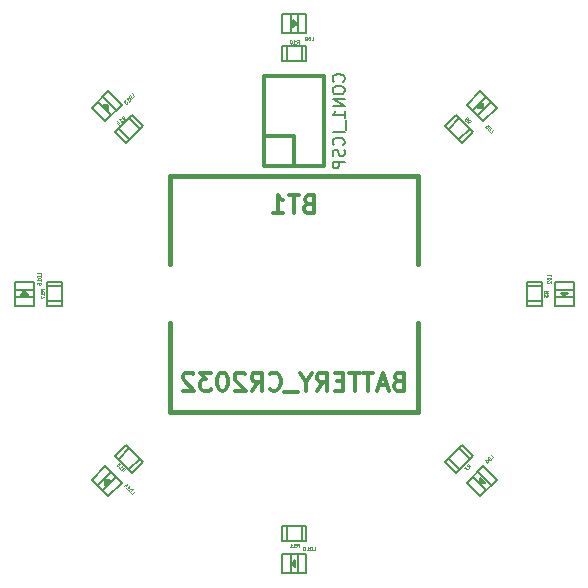
<source format=gbo>
%FSLAX34Y34*%
G04 Gerber Fmt 3.4, Leading zero omitted, Abs format*
G04 (created by PCBNEW (2013-jul-14)-product) date Sunday, 05 January 2014 05:56:02 pm*
%MOIN*%
G01*
G70*
G90*
G04 APERTURE LIST*
%ADD10C,0.005906*%
%ADD11C,0.015000*%
%ADD12C,0.012000*%
%ADD13C,0.005000*%
%ADD14C,0.008000*%
%ADD15C,0.002953*%
%ADD16C,0.002400*%
G04 APERTURE END LIST*
G54D10*
G54D11*
X80633Y-41015D02*
X80633Y-38062D01*
X80633Y-45937D02*
X80633Y-42984D01*
X72366Y-41015D02*
X72366Y-38062D01*
X72366Y-45937D02*
X72366Y-42984D01*
X72366Y-45937D02*
X80634Y-45937D01*
X80634Y-38063D02*
X72366Y-38063D01*
G54D12*
X77500Y-37750D02*
X77500Y-34750D01*
X77500Y-34750D02*
X75500Y-34750D01*
X75500Y-34750D02*
X75500Y-37750D01*
X76500Y-37750D02*
X76500Y-36750D01*
X76500Y-36750D02*
X75500Y-36750D01*
X77500Y-37750D02*
X75500Y-37750D01*
G54D13*
X85500Y-42079D02*
X85382Y-41961D01*
X85382Y-41961D02*
X85618Y-41961D01*
X85618Y-41961D02*
X85500Y-42079D01*
X85539Y-42039D02*
X85461Y-42039D01*
X85421Y-42000D02*
X85579Y-42000D01*
X85815Y-42118D02*
X85185Y-42118D01*
X85185Y-41882D02*
X85815Y-41882D01*
X85185Y-41606D02*
X85185Y-42394D01*
X85185Y-42394D02*
X85815Y-42394D01*
X85815Y-42394D02*
X85815Y-41606D01*
X85815Y-41606D02*
X85185Y-41606D01*
X82805Y-35805D02*
X82638Y-35805D01*
X82638Y-35805D02*
X82805Y-35638D01*
X82805Y-35638D02*
X82805Y-35805D01*
X82805Y-35750D02*
X82750Y-35805D01*
X82694Y-35805D02*
X82805Y-35694D01*
X83056Y-35610D02*
X82610Y-36056D01*
X82443Y-35889D02*
X82889Y-35443D01*
X82248Y-35694D02*
X82805Y-36251D01*
X82805Y-36251D02*
X83251Y-35805D01*
X83251Y-35805D02*
X82694Y-35248D01*
X82694Y-35248D02*
X82248Y-35694D01*
X82694Y-48305D02*
X82694Y-48138D01*
X82694Y-48138D02*
X82861Y-48305D01*
X82861Y-48305D02*
X82694Y-48305D01*
X82750Y-48305D02*
X82694Y-48250D01*
X82694Y-48194D02*
X82805Y-48305D01*
X82889Y-48556D02*
X82443Y-48110D01*
X82610Y-47943D02*
X83056Y-48389D01*
X82805Y-47748D02*
X82248Y-48305D01*
X82248Y-48305D02*
X82694Y-48751D01*
X82694Y-48751D02*
X83251Y-48194D01*
X83251Y-48194D02*
X82805Y-47748D01*
X76579Y-33000D02*
X76461Y-33118D01*
X76461Y-33118D02*
X76461Y-32882D01*
X76461Y-32882D02*
X76579Y-33000D01*
X76539Y-32961D02*
X76539Y-33039D01*
X76500Y-33079D02*
X76500Y-32921D01*
X76618Y-32685D02*
X76618Y-33315D01*
X76382Y-33315D02*
X76382Y-32685D01*
X76106Y-33315D02*
X76894Y-33315D01*
X76894Y-33315D02*
X76894Y-32685D01*
X76894Y-32685D02*
X76106Y-32685D01*
X76106Y-32685D02*
X76106Y-33315D01*
X76421Y-51000D02*
X76539Y-50882D01*
X76539Y-50882D02*
X76539Y-51118D01*
X76539Y-51118D02*
X76421Y-51000D01*
X76461Y-51039D02*
X76461Y-50961D01*
X76500Y-50921D02*
X76500Y-51079D01*
X76382Y-51315D02*
X76382Y-50685D01*
X76618Y-50685D02*
X76618Y-51315D01*
X76894Y-50685D02*
X76106Y-50685D01*
X76106Y-50685D02*
X76106Y-51315D01*
X76106Y-51315D02*
X76894Y-51315D01*
X76894Y-51315D02*
X76894Y-50685D01*
X70305Y-35694D02*
X70305Y-35861D01*
X70305Y-35861D02*
X70138Y-35694D01*
X70138Y-35694D02*
X70305Y-35694D01*
X70250Y-35694D02*
X70305Y-35750D01*
X70305Y-35805D02*
X70194Y-35694D01*
X70110Y-35443D02*
X70556Y-35889D01*
X70389Y-36056D02*
X69943Y-35610D01*
X70194Y-36251D02*
X70751Y-35694D01*
X70751Y-35694D02*
X70305Y-35248D01*
X70305Y-35248D02*
X69748Y-35805D01*
X69748Y-35805D02*
X70194Y-36251D01*
X70194Y-48194D02*
X70361Y-48194D01*
X70361Y-48194D02*
X70194Y-48361D01*
X70194Y-48361D02*
X70194Y-48194D01*
X70194Y-48250D02*
X70250Y-48194D01*
X70305Y-48194D02*
X70194Y-48305D01*
X69943Y-48389D02*
X70389Y-47943D01*
X70556Y-48110D02*
X70110Y-48556D01*
X70751Y-48305D02*
X70194Y-47748D01*
X70194Y-47748D02*
X69748Y-48194D01*
X69748Y-48194D02*
X70305Y-48751D01*
X70305Y-48751D02*
X70751Y-48305D01*
X67500Y-41921D02*
X67618Y-42039D01*
X67618Y-42039D02*
X67382Y-42039D01*
X67382Y-42039D02*
X67500Y-41921D01*
X67461Y-41961D02*
X67539Y-41961D01*
X67579Y-42000D02*
X67421Y-42000D01*
X67185Y-41882D02*
X67815Y-41882D01*
X67815Y-42118D02*
X67185Y-42118D01*
X67815Y-42394D02*
X67815Y-41606D01*
X67815Y-41606D02*
X67185Y-41606D01*
X67185Y-41606D02*
X67185Y-42394D01*
X67185Y-42394D02*
X67815Y-42394D01*
X84750Y-41750D02*
X84250Y-41750D01*
X84750Y-42250D02*
X84260Y-42250D01*
X84750Y-42400D02*
X84750Y-41600D01*
X84750Y-41600D02*
X84250Y-41600D01*
X84250Y-41600D02*
X84250Y-42400D01*
X84250Y-42400D02*
X84750Y-42400D01*
X82000Y-36146D02*
X81646Y-36500D01*
X82353Y-36500D02*
X82007Y-36846D01*
X82459Y-36606D02*
X81893Y-36040D01*
X81893Y-36040D02*
X81540Y-36393D01*
X81540Y-36393D02*
X82106Y-36959D01*
X82106Y-36959D02*
X82459Y-36606D01*
X82353Y-47500D02*
X82000Y-47146D01*
X82000Y-47853D02*
X81653Y-47507D01*
X81893Y-47959D02*
X82459Y-47393D01*
X82459Y-47393D02*
X82106Y-47040D01*
X82106Y-47040D02*
X81540Y-47606D01*
X81540Y-47606D02*
X81893Y-47959D01*
X76250Y-33750D02*
X76250Y-34250D01*
X76750Y-33750D02*
X76750Y-34240D01*
X76900Y-33750D02*
X76100Y-33750D01*
X76100Y-33750D02*
X76100Y-34250D01*
X76100Y-34250D02*
X76900Y-34250D01*
X76900Y-34250D02*
X76900Y-33750D01*
X76750Y-50250D02*
X76750Y-49750D01*
X76250Y-50250D02*
X76250Y-49760D01*
X76100Y-50250D02*
X76900Y-50250D01*
X76900Y-50250D02*
X76900Y-49750D01*
X76900Y-49750D02*
X76100Y-49750D01*
X76100Y-49750D02*
X76100Y-50250D01*
X70646Y-36500D02*
X71000Y-36853D01*
X71000Y-36146D02*
X71346Y-36492D01*
X71106Y-36040D02*
X70540Y-36606D01*
X70540Y-36606D02*
X70893Y-36959D01*
X70893Y-36959D02*
X71459Y-36393D01*
X71459Y-36393D02*
X71106Y-36040D01*
X71000Y-47853D02*
X71353Y-47500D01*
X70646Y-47500D02*
X70992Y-47153D01*
X70540Y-47393D02*
X71106Y-47959D01*
X71106Y-47959D02*
X71459Y-47606D01*
X71459Y-47606D02*
X70893Y-47040D01*
X70893Y-47040D02*
X70540Y-47393D01*
X68250Y-42250D02*
X68750Y-42250D01*
X68250Y-41750D02*
X68740Y-41750D01*
X68250Y-41600D02*
X68250Y-42400D01*
X68250Y-42400D02*
X68750Y-42400D01*
X68750Y-42400D02*
X68750Y-41600D01*
X68750Y-41600D02*
X68250Y-41600D01*
G54D12*
X76971Y-39004D02*
X76885Y-39032D01*
X76857Y-39061D01*
X76828Y-39118D01*
X76828Y-39204D01*
X76857Y-39261D01*
X76885Y-39290D01*
X76942Y-39318D01*
X77171Y-39318D01*
X77171Y-38718D01*
X76971Y-38718D01*
X76914Y-38747D01*
X76885Y-38775D01*
X76857Y-38832D01*
X76857Y-38890D01*
X76885Y-38947D01*
X76914Y-38975D01*
X76971Y-39004D01*
X77171Y-39004D01*
X76657Y-38718D02*
X76314Y-38718D01*
X76485Y-39318D02*
X76485Y-38718D01*
X75800Y-39318D02*
X76142Y-39318D01*
X75971Y-39318D02*
X75971Y-38718D01*
X76028Y-38804D01*
X76085Y-38861D01*
X76142Y-38890D01*
X79971Y-44909D02*
X79885Y-44938D01*
X79857Y-44967D01*
X79828Y-45024D01*
X79828Y-45109D01*
X79857Y-45167D01*
X79885Y-45195D01*
X79942Y-45224D01*
X80171Y-45224D01*
X80171Y-44624D01*
X79971Y-44624D01*
X79914Y-44652D01*
X79885Y-44681D01*
X79857Y-44738D01*
X79857Y-44795D01*
X79885Y-44852D01*
X79914Y-44881D01*
X79971Y-44909D01*
X80171Y-44909D01*
X79600Y-45052D02*
X79314Y-45052D01*
X79657Y-45224D02*
X79457Y-44624D01*
X79257Y-45224D01*
X79142Y-44624D02*
X78800Y-44624D01*
X78971Y-45224D02*
X78971Y-44624D01*
X78685Y-44624D02*
X78342Y-44624D01*
X78514Y-45224D02*
X78514Y-44624D01*
X78142Y-44909D02*
X77942Y-44909D01*
X77857Y-45224D02*
X78142Y-45224D01*
X78142Y-44624D01*
X77857Y-44624D01*
X77257Y-45224D02*
X77457Y-44938D01*
X77600Y-45224D02*
X77600Y-44624D01*
X77371Y-44624D01*
X77314Y-44652D01*
X77285Y-44681D01*
X77257Y-44738D01*
X77257Y-44824D01*
X77285Y-44881D01*
X77314Y-44909D01*
X77371Y-44938D01*
X77600Y-44938D01*
X76885Y-44938D02*
X76885Y-45224D01*
X77085Y-44624D02*
X76885Y-44938D01*
X76685Y-44624D01*
X76628Y-45281D02*
X76171Y-45281D01*
X75685Y-45167D02*
X75714Y-45195D01*
X75800Y-45224D01*
X75857Y-45224D01*
X75942Y-45195D01*
X76000Y-45138D01*
X76028Y-45081D01*
X76057Y-44967D01*
X76057Y-44881D01*
X76028Y-44767D01*
X76000Y-44709D01*
X75942Y-44652D01*
X75857Y-44624D01*
X75800Y-44624D01*
X75714Y-44652D01*
X75685Y-44681D01*
X75085Y-45224D02*
X75285Y-44938D01*
X75428Y-45224D02*
X75428Y-44624D01*
X75200Y-44624D01*
X75142Y-44652D01*
X75114Y-44681D01*
X75085Y-44738D01*
X75085Y-44824D01*
X75114Y-44881D01*
X75142Y-44909D01*
X75200Y-44938D01*
X75428Y-44938D01*
X74857Y-44681D02*
X74828Y-44652D01*
X74771Y-44624D01*
X74628Y-44624D01*
X74571Y-44652D01*
X74542Y-44681D01*
X74514Y-44738D01*
X74514Y-44795D01*
X74542Y-44881D01*
X74885Y-45224D01*
X74514Y-45224D01*
X74142Y-44624D02*
X74085Y-44624D01*
X74028Y-44652D01*
X74000Y-44681D01*
X73971Y-44738D01*
X73942Y-44852D01*
X73942Y-44995D01*
X73971Y-45109D01*
X74000Y-45167D01*
X74028Y-45195D01*
X74085Y-45224D01*
X74142Y-45224D01*
X74200Y-45195D01*
X74228Y-45167D01*
X74257Y-45109D01*
X74285Y-44995D01*
X74285Y-44852D01*
X74257Y-44738D01*
X74228Y-44681D01*
X74200Y-44652D01*
X74142Y-44624D01*
X73742Y-44624D02*
X73371Y-44624D01*
X73571Y-44852D01*
X73485Y-44852D01*
X73428Y-44881D01*
X73400Y-44909D01*
X73371Y-44967D01*
X73371Y-45109D01*
X73400Y-45167D01*
X73428Y-45195D01*
X73485Y-45224D01*
X73657Y-45224D01*
X73714Y-45195D01*
X73742Y-45167D01*
X73142Y-44681D02*
X73114Y-44652D01*
X73057Y-44624D01*
X72914Y-44624D01*
X72857Y-44652D01*
X72828Y-44681D01*
X72799Y-44738D01*
X72799Y-44795D01*
X72828Y-44881D01*
X73171Y-45224D01*
X72799Y-45224D01*
G54D14*
X78142Y-34926D02*
X78161Y-34907D01*
X78180Y-34850D01*
X78180Y-34811D01*
X78161Y-34754D01*
X78123Y-34716D01*
X78085Y-34697D01*
X78009Y-34678D01*
X77952Y-34678D01*
X77876Y-34697D01*
X77838Y-34716D01*
X77800Y-34754D01*
X77780Y-34811D01*
X77780Y-34850D01*
X77800Y-34907D01*
X77819Y-34926D01*
X77780Y-35173D02*
X77780Y-35250D01*
X77800Y-35288D01*
X77838Y-35326D01*
X77914Y-35345D01*
X78047Y-35345D01*
X78123Y-35326D01*
X78161Y-35288D01*
X78180Y-35250D01*
X78180Y-35173D01*
X78161Y-35135D01*
X78123Y-35097D01*
X78047Y-35078D01*
X77914Y-35078D01*
X77838Y-35097D01*
X77800Y-35135D01*
X77780Y-35173D01*
X78180Y-35516D02*
X77780Y-35516D01*
X78180Y-35745D01*
X77780Y-35745D01*
X78180Y-36145D02*
X78180Y-35916D01*
X78180Y-36030D02*
X77780Y-36030D01*
X77838Y-35992D01*
X77876Y-35954D01*
X77895Y-35916D01*
X78219Y-36221D02*
X78219Y-36526D01*
X78180Y-36621D02*
X77780Y-36621D01*
X78142Y-37040D02*
X78161Y-37021D01*
X78180Y-36964D01*
X78180Y-36926D01*
X78161Y-36869D01*
X78123Y-36830D01*
X78085Y-36811D01*
X78009Y-36792D01*
X77952Y-36792D01*
X77876Y-36811D01*
X77838Y-36830D01*
X77800Y-36869D01*
X77780Y-36926D01*
X77780Y-36964D01*
X77800Y-37021D01*
X77819Y-37040D01*
X78161Y-37192D02*
X78180Y-37250D01*
X78180Y-37345D01*
X78161Y-37383D01*
X78142Y-37402D01*
X78104Y-37421D01*
X78066Y-37421D01*
X78028Y-37402D01*
X78009Y-37383D01*
X77990Y-37345D01*
X77971Y-37269D01*
X77952Y-37230D01*
X77933Y-37211D01*
X77895Y-37192D01*
X77857Y-37192D01*
X77819Y-37211D01*
X77800Y-37230D01*
X77780Y-37269D01*
X77780Y-37364D01*
X77800Y-37421D01*
X78180Y-37592D02*
X77780Y-37592D01*
X77780Y-37745D01*
X77800Y-37783D01*
X77819Y-37802D01*
X77857Y-37821D01*
X77914Y-37821D01*
X77952Y-37802D01*
X77971Y-37783D01*
X77990Y-37745D01*
X77990Y-37592D01*
G54D15*
X85053Y-41421D02*
X85053Y-41365D01*
X84935Y-41365D01*
X85053Y-41460D02*
X84935Y-41460D01*
X84935Y-41488D01*
X84940Y-41505D01*
X84952Y-41516D01*
X84963Y-41522D01*
X84985Y-41528D01*
X85002Y-41528D01*
X85025Y-41522D01*
X85036Y-41516D01*
X85047Y-41505D01*
X85053Y-41488D01*
X85053Y-41460D01*
X84946Y-41573D02*
X84940Y-41578D01*
X84935Y-41589D01*
X84935Y-41618D01*
X84940Y-41629D01*
X84946Y-41634D01*
X84957Y-41640D01*
X84969Y-41640D01*
X84985Y-41634D01*
X85053Y-41567D01*
X85053Y-41640D01*
X83017Y-36593D02*
X83057Y-36633D01*
X83141Y-36549D01*
X82990Y-36565D02*
X83073Y-36482D01*
X83053Y-36462D01*
X83037Y-36454D01*
X83021Y-36454D01*
X83009Y-36458D01*
X82990Y-36470D01*
X82978Y-36482D01*
X82966Y-36501D01*
X82962Y-36513D01*
X82962Y-36529D01*
X82970Y-36545D01*
X82990Y-36565D01*
X82950Y-36358D02*
X82990Y-36398D01*
X82954Y-36442D01*
X82954Y-36434D01*
X82950Y-36422D01*
X82930Y-36402D01*
X82918Y-36398D01*
X82910Y-36398D01*
X82898Y-36402D01*
X82878Y-36422D01*
X82874Y-36434D01*
X82874Y-36442D01*
X82878Y-36454D01*
X82898Y-36474D01*
X82910Y-36478D01*
X82918Y-36478D01*
X83093Y-47482D02*
X83133Y-47442D01*
X83049Y-47358D01*
X83065Y-47509D02*
X82982Y-47426D01*
X82962Y-47446D01*
X82954Y-47462D01*
X82954Y-47478D01*
X82958Y-47490D01*
X82970Y-47509D01*
X82982Y-47521D01*
X83001Y-47533D01*
X83013Y-47537D01*
X83029Y-47537D01*
X83045Y-47529D01*
X83065Y-47509D01*
X82862Y-47545D02*
X82878Y-47529D01*
X82890Y-47525D01*
X82898Y-47525D01*
X82918Y-47529D01*
X82938Y-47541D01*
X82970Y-47573D01*
X82974Y-47585D01*
X82974Y-47593D01*
X82970Y-47605D01*
X82954Y-47621D01*
X82942Y-47625D01*
X82934Y-47625D01*
X82922Y-47621D01*
X82902Y-47601D01*
X82898Y-47589D01*
X82898Y-47581D01*
X82902Y-47569D01*
X82918Y-47553D01*
X82930Y-47549D01*
X82938Y-47549D01*
X82950Y-47553D01*
X77078Y-33553D02*
X77134Y-33553D01*
X77134Y-33435D01*
X77039Y-33553D02*
X77039Y-33435D01*
X77011Y-33435D01*
X76994Y-33440D01*
X76983Y-33452D01*
X76977Y-33463D01*
X76971Y-33485D01*
X76971Y-33502D01*
X76977Y-33525D01*
X76983Y-33536D01*
X76994Y-33547D01*
X77011Y-33553D01*
X77039Y-33553D01*
X76915Y-33553D02*
X76893Y-33553D01*
X76881Y-33547D01*
X76876Y-33542D01*
X76865Y-33525D01*
X76859Y-33502D01*
X76859Y-33457D01*
X76865Y-33446D01*
X76870Y-33440D01*
X76881Y-33435D01*
X76904Y-33435D01*
X76915Y-33440D01*
X76921Y-33446D01*
X76926Y-33457D01*
X76926Y-33485D01*
X76921Y-33497D01*
X76915Y-33502D01*
X76904Y-33508D01*
X76881Y-33508D01*
X76870Y-33502D01*
X76865Y-33497D01*
X76859Y-33485D01*
X77134Y-50553D02*
X77191Y-50553D01*
X77191Y-50435D01*
X77095Y-50553D02*
X77095Y-50435D01*
X77067Y-50435D01*
X77050Y-50440D01*
X77039Y-50452D01*
X77033Y-50463D01*
X77028Y-50485D01*
X77028Y-50502D01*
X77033Y-50525D01*
X77039Y-50536D01*
X77050Y-50547D01*
X77067Y-50553D01*
X77095Y-50553D01*
X76915Y-50553D02*
X76983Y-50553D01*
X76949Y-50553D02*
X76949Y-50435D01*
X76960Y-50452D01*
X76971Y-50463D01*
X76983Y-50469D01*
X76842Y-50435D02*
X76831Y-50435D01*
X76820Y-50440D01*
X76814Y-50446D01*
X76808Y-50457D01*
X76803Y-50480D01*
X76803Y-50508D01*
X76808Y-50530D01*
X76814Y-50542D01*
X76820Y-50547D01*
X76831Y-50553D01*
X76842Y-50553D01*
X76853Y-50547D01*
X76859Y-50542D01*
X76865Y-50530D01*
X76870Y-50508D01*
X76870Y-50480D01*
X76865Y-50457D01*
X76859Y-50446D01*
X76853Y-50440D01*
X76842Y-50435D01*
X71133Y-35442D02*
X71172Y-35402D01*
X71089Y-35319D01*
X71105Y-35470D02*
X71021Y-35386D01*
X71001Y-35406D01*
X70994Y-35422D01*
X70994Y-35438D01*
X70998Y-35450D01*
X71009Y-35470D01*
X71021Y-35482D01*
X71041Y-35494D01*
X71053Y-35498D01*
X71069Y-35498D01*
X71085Y-35490D01*
X71105Y-35470D01*
X70978Y-35597D02*
X71025Y-35549D01*
X71001Y-35573D02*
X70918Y-35490D01*
X70938Y-35494D01*
X70954Y-35494D01*
X70966Y-35490D01*
X70866Y-35541D02*
X70815Y-35593D01*
X70874Y-35597D01*
X70862Y-35609D01*
X70858Y-35621D01*
X70858Y-35629D01*
X70862Y-35641D01*
X70882Y-35661D01*
X70894Y-35665D01*
X70902Y-35665D01*
X70914Y-35661D01*
X70938Y-35637D01*
X70942Y-35625D01*
X70942Y-35617D01*
X71057Y-48633D02*
X71097Y-48672D01*
X71180Y-48589D01*
X71029Y-48605D02*
X71113Y-48521D01*
X71093Y-48501D01*
X71077Y-48494D01*
X71061Y-48494D01*
X71049Y-48498D01*
X71029Y-48509D01*
X71017Y-48521D01*
X71005Y-48541D01*
X71001Y-48553D01*
X71001Y-48569D01*
X71009Y-48585D01*
X71029Y-48605D01*
X70902Y-48478D02*
X70950Y-48525D01*
X70926Y-48501D02*
X71009Y-48418D01*
X71005Y-48438D01*
X71005Y-48454D01*
X71009Y-48466D01*
X70886Y-48350D02*
X70830Y-48406D01*
X70938Y-48338D02*
X70898Y-48418D01*
X70846Y-48366D01*
X68053Y-41365D02*
X68053Y-41308D01*
X67935Y-41308D01*
X68053Y-41404D02*
X67935Y-41404D01*
X67935Y-41432D01*
X67940Y-41449D01*
X67952Y-41460D01*
X67963Y-41466D01*
X67985Y-41471D01*
X68002Y-41471D01*
X68025Y-41466D01*
X68036Y-41460D01*
X68047Y-41449D01*
X68053Y-41432D01*
X68053Y-41404D01*
X68053Y-41584D02*
X68053Y-41516D01*
X68053Y-41550D02*
X67935Y-41550D01*
X67952Y-41539D01*
X67963Y-41528D01*
X67969Y-41516D01*
X67935Y-41685D02*
X67935Y-41663D01*
X67940Y-41651D01*
X67946Y-41646D01*
X67963Y-41634D01*
X67985Y-41629D01*
X68030Y-41629D01*
X68042Y-41634D01*
X68047Y-41640D01*
X68053Y-41651D01*
X68053Y-41674D01*
X68047Y-41685D01*
X68042Y-41691D01*
X68030Y-41696D01*
X68002Y-41696D01*
X67991Y-41691D01*
X67985Y-41685D01*
X67980Y-41674D01*
X67980Y-41651D01*
X67985Y-41640D01*
X67991Y-41634D01*
X68002Y-41629D01*
G54D16*
X84943Y-41980D02*
X84887Y-41941D01*
X84943Y-41912D02*
X84825Y-41912D01*
X84825Y-41957D01*
X84831Y-41969D01*
X84836Y-41974D01*
X84847Y-41980D01*
X84864Y-41980D01*
X84875Y-41974D01*
X84881Y-41969D01*
X84887Y-41957D01*
X84887Y-41912D01*
X84825Y-42019D02*
X84825Y-42092D01*
X84870Y-42053D01*
X84870Y-42070D01*
X84875Y-42081D01*
X84881Y-42087D01*
X84892Y-42092D01*
X84920Y-42092D01*
X84932Y-42087D01*
X84937Y-42081D01*
X84943Y-42070D01*
X84943Y-42036D01*
X84937Y-42025D01*
X84932Y-42019D01*
X82251Y-36275D02*
X82319Y-36263D01*
X82299Y-36323D02*
X82383Y-36240D01*
X82351Y-36208D01*
X82339Y-36204D01*
X82331Y-36204D01*
X82319Y-36208D01*
X82307Y-36220D01*
X82303Y-36232D01*
X82303Y-36240D01*
X82307Y-36252D01*
X82339Y-36283D01*
X82263Y-36120D02*
X82279Y-36136D01*
X82283Y-36148D01*
X82283Y-36156D01*
X82279Y-36176D01*
X82267Y-36196D01*
X82236Y-36228D01*
X82224Y-36232D01*
X82216Y-36232D01*
X82204Y-36228D01*
X82188Y-36212D01*
X82184Y-36200D01*
X82184Y-36192D01*
X82188Y-36180D01*
X82208Y-36160D01*
X82220Y-36156D01*
X82228Y-36156D01*
X82240Y-36160D01*
X82255Y-36176D01*
X82259Y-36188D01*
X82259Y-36196D01*
X82255Y-36208D01*
X82327Y-47799D02*
X82315Y-47732D01*
X82375Y-47751D02*
X82291Y-47668D01*
X82259Y-47700D01*
X82255Y-47712D01*
X82255Y-47720D01*
X82259Y-47732D01*
X82271Y-47743D01*
X82283Y-47747D01*
X82291Y-47747D01*
X82303Y-47743D01*
X82335Y-47712D01*
X82216Y-47743D02*
X82160Y-47799D01*
X82279Y-47847D01*
X76575Y-33663D02*
X76615Y-33607D01*
X76643Y-33663D02*
X76643Y-33545D01*
X76598Y-33545D01*
X76587Y-33551D01*
X76581Y-33556D01*
X76575Y-33567D01*
X76575Y-33584D01*
X76581Y-33595D01*
X76587Y-33601D01*
X76598Y-33607D01*
X76643Y-33607D01*
X76463Y-33663D02*
X76530Y-33663D01*
X76497Y-33663D02*
X76497Y-33545D01*
X76508Y-33562D01*
X76519Y-33573D01*
X76530Y-33579D01*
X76390Y-33545D02*
X76379Y-33545D01*
X76367Y-33551D01*
X76362Y-33556D01*
X76356Y-33567D01*
X76351Y-33590D01*
X76351Y-33618D01*
X76356Y-33640D01*
X76362Y-33652D01*
X76367Y-33657D01*
X76379Y-33663D01*
X76390Y-33663D01*
X76401Y-33657D01*
X76407Y-33652D01*
X76412Y-33640D01*
X76418Y-33618D01*
X76418Y-33590D01*
X76412Y-33567D01*
X76407Y-33556D01*
X76401Y-33551D01*
X76390Y-33545D01*
X76575Y-50443D02*
X76615Y-50387D01*
X76643Y-50443D02*
X76643Y-50325D01*
X76598Y-50325D01*
X76587Y-50331D01*
X76581Y-50336D01*
X76575Y-50347D01*
X76575Y-50364D01*
X76581Y-50375D01*
X76587Y-50381D01*
X76598Y-50387D01*
X76643Y-50387D01*
X76463Y-50443D02*
X76530Y-50443D01*
X76497Y-50443D02*
X76497Y-50325D01*
X76508Y-50342D01*
X76519Y-50353D01*
X76530Y-50359D01*
X76351Y-50443D02*
X76418Y-50443D01*
X76384Y-50443D02*
X76384Y-50325D01*
X76396Y-50342D01*
X76407Y-50353D01*
X76418Y-50359D01*
X70815Y-36208D02*
X70803Y-36140D01*
X70863Y-36160D02*
X70779Y-36077D01*
X70748Y-36109D01*
X70744Y-36120D01*
X70744Y-36128D01*
X70748Y-36140D01*
X70759Y-36152D01*
X70771Y-36156D01*
X70779Y-36156D01*
X70791Y-36152D01*
X70823Y-36120D01*
X70736Y-36287D02*
X70783Y-36240D01*
X70759Y-36263D02*
X70676Y-36180D01*
X70696Y-36184D01*
X70712Y-36184D01*
X70724Y-36180D01*
X70609Y-36303D02*
X70664Y-36359D01*
X70597Y-36252D02*
X70676Y-36291D01*
X70624Y-36343D01*
X70740Y-47867D02*
X70807Y-47855D01*
X70787Y-47914D02*
X70871Y-47831D01*
X70839Y-47799D01*
X70827Y-47795D01*
X70819Y-47795D01*
X70807Y-47799D01*
X70795Y-47811D01*
X70791Y-47823D01*
X70791Y-47831D01*
X70795Y-47843D01*
X70827Y-47875D01*
X70660Y-47787D02*
X70708Y-47835D01*
X70684Y-47811D02*
X70767Y-47728D01*
X70763Y-47747D01*
X70763Y-47763D01*
X70767Y-47775D01*
X70668Y-47628D02*
X70708Y-47668D01*
X70672Y-47712D01*
X70672Y-47704D01*
X70668Y-47692D01*
X70648Y-47672D01*
X70636Y-47668D01*
X70628Y-47668D01*
X70616Y-47672D01*
X70597Y-47692D01*
X70593Y-47704D01*
X70593Y-47712D01*
X70597Y-47724D01*
X70616Y-47743D01*
X70628Y-47747D01*
X70636Y-47747D01*
X68163Y-41924D02*
X68107Y-41884D01*
X68163Y-41856D02*
X68045Y-41856D01*
X68045Y-41901D01*
X68051Y-41912D01*
X68056Y-41918D01*
X68067Y-41924D01*
X68084Y-41924D01*
X68095Y-41918D01*
X68101Y-41912D01*
X68107Y-41901D01*
X68107Y-41856D01*
X68163Y-42036D02*
X68163Y-41969D01*
X68163Y-42002D02*
X68045Y-42002D01*
X68062Y-41991D01*
X68073Y-41980D01*
X68079Y-41969D01*
X68045Y-42075D02*
X68045Y-42154D01*
X68163Y-42103D01*
M02*

</source>
